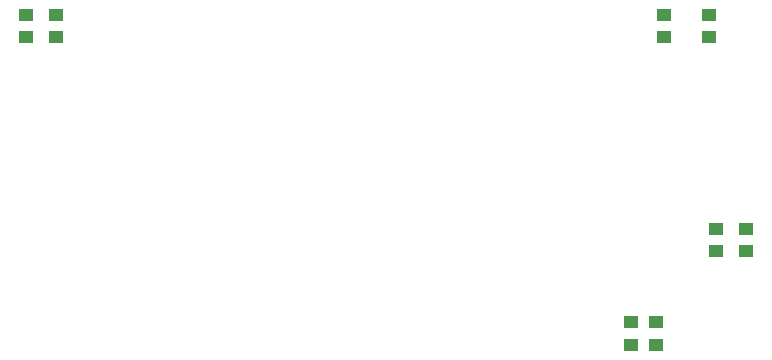
<source format=gbp>
G04 DipTrace 3.0.0.2*
G04 TeensyArbotixProRPIT3.6.gbp*
%MOIN*%
G04 #@! TF.FileFunction,Paste,Bot*
G04 #@! TF.Part,Single*
%ADD115R,0.051181X0.043307*%
%FSLAX26Y26*%
G04*
G70*
G90*
G75*
G01*
G04 BotPaste*
%LPD*%
D115*
X3114961Y2406103D3*
Y2331299D3*
X2964961Y2406103D3*
Y2331299D3*
X939961D3*
Y2406103D3*
X839961Y2331299D3*
Y2406103D3*
X3239961Y1618701D3*
Y1693504D3*
X3139961Y1618701D3*
Y1693504D3*
X2857969Y1381201D3*
Y1306398D3*
X2939961Y1381201D3*
Y1306398D3*
M02*

</source>
